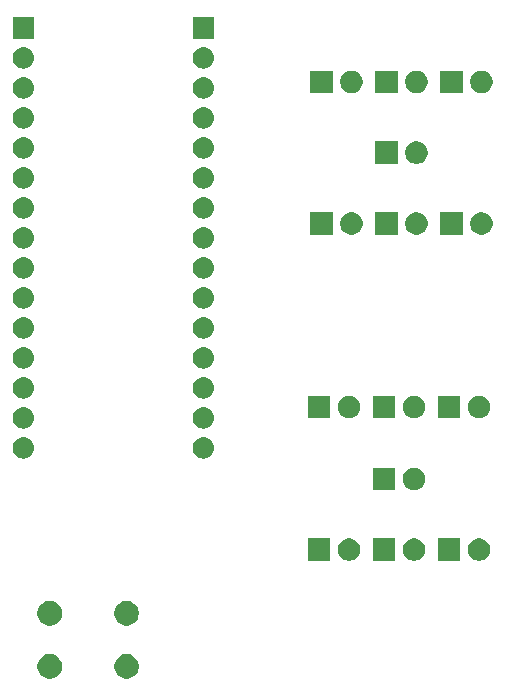
<source format=gbr>
G04 #@! TF.GenerationSoftware,KiCad,Pcbnew,(5.0.1)-3*
G04 #@! TF.CreationDate,2019-08-04T12:29:00-04:00*
G04 #@! TF.ProjectId,Dice_roller,446963655F726F6C6C65722E6B696361,rev?*
G04 #@! TF.SameCoordinates,Original*
G04 #@! TF.FileFunction,Soldermask,Bot*
G04 #@! TF.FilePolarity,Negative*
%FSLAX46Y46*%
G04 Gerber Fmt 4.6, Leading zero omitted, Abs format (unit mm)*
G04 Created by KiCad (PCBNEW (5.0.1)-3) date 8/4/2019 12:29:00 PM*
%MOMM*%
%LPD*%
G01*
G04 APERTURE LIST*
%ADD10C,0.100000*%
G04 APERTURE END LIST*
D10*
G36*
X125806565Y-114489389D02*
X125997834Y-114568615D01*
X126169976Y-114683637D01*
X126316363Y-114830024D01*
X126431385Y-115002166D01*
X126510611Y-115193435D01*
X126551000Y-115396484D01*
X126551000Y-115603516D01*
X126510611Y-115806565D01*
X126431385Y-115997834D01*
X126316363Y-116169976D01*
X126169976Y-116316363D01*
X125997834Y-116431385D01*
X125806565Y-116510611D01*
X125603516Y-116551000D01*
X125396484Y-116551000D01*
X125193435Y-116510611D01*
X125002166Y-116431385D01*
X124830024Y-116316363D01*
X124683637Y-116169976D01*
X124568615Y-115997834D01*
X124489389Y-115806565D01*
X124449000Y-115603516D01*
X124449000Y-115396484D01*
X124489389Y-115193435D01*
X124568615Y-115002166D01*
X124683637Y-114830024D01*
X124830024Y-114683637D01*
X125002166Y-114568615D01*
X125193435Y-114489389D01*
X125396484Y-114449000D01*
X125603516Y-114449000D01*
X125806565Y-114489389D01*
X125806565Y-114489389D01*
G37*
G36*
X119306565Y-114489389D02*
X119497834Y-114568615D01*
X119669976Y-114683637D01*
X119816363Y-114830024D01*
X119931385Y-115002166D01*
X120010611Y-115193435D01*
X120051000Y-115396484D01*
X120051000Y-115603516D01*
X120010611Y-115806565D01*
X119931385Y-115997834D01*
X119816363Y-116169976D01*
X119669976Y-116316363D01*
X119497834Y-116431385D01*
X119306565Y-116510611D01*
X119103516Y-116551000D01*
X118896484Y-116551000D01*
X118693435Y-116510611D01*
X118502166Y-116431385D01*
X118330024Y-116316363D01*
X118183637Y-116169976D01*
X118068615Y-115997834D01*
X117989389Y-115806565D01*
X117949000Y-115603516D01*
X117949000Y-115396484D01*
X117989389Y-115193435D01*
X118068615Y-115002166D01*
X118183637Y-114830024D01*
X118330024Y-114683637D01*
X118502166Y-114568615D01*
X118693435Y-114489389D01*
X118896484Y-114449000D01*
X119103516Y-114449000D01*
X119306565Y-114489389D01*
X119306565Y-114489389D01*
G37*
G36*
X119306565Y-109989389D02*
X119497834Y-110068615D01*
X119669976Y-110183637D01*
X119816363Y-110330024D01*
X119931385Y-110502166D01*
X120010611Y-110693435D01*
X120051000Y-110896484D01*
X120051000Y-111103516D01*
X120010611Y-111306565D01*
X119931385Y-111497834D01*
X119816363Y-111669976D01*
X119669976Y-111816363D01*
X119497834Y-111931385D01*
X119306565Y-112010611D01*
X119103516Y-112051000D01*
X118896484Y-112051000D01*
X118693435Y-112010611D01*
X118502166Y-111931385D01*
X118330024Y-111816363D01*
X118183637Y-111669976D01*
X118068615Y-111497834D01*
X117989389Y-111306565D01*
X117949000Y-111103516D01*
X117949000Y-110896484D01*
X117989389Y-110693435D01*
X118068615Y-110502166D01*
X118183637Y-110330024D01*
X118330024Y-110183637D01*
X118502166Y-110068615D01*
X118693435Y-109989389D01*
X118896484Y-109949000D01*
X119103516Y-109949000D01*
X119306565Y-109989389D01*
X119306565Y-109989389D01*
G37*
G36*
X125806565Y-109989389D02*
X125997834Y-110068615D01*
X126169976Y-110183637D01*
X126316363Y-110330024D01*
X126431385Y-110502166D01*
X126510611Y-110693435D01*
X126551000Y-110896484D01*
X126551000Y-111103516D01*
X126510611Y-111306565D01*
X126431385Y-111497834D01*
X126316363Y-111669976D01*
X126169976Y-111816363D01*
X125997834Y-111931385D01*
X125806565Y-112010611D01*
X125603516Y-112051000D01*
X125396484Y-112051000D01*
X125193435Y-112010611D01*
X125002166Y-111931385D01*
X124830024Y-111816363D01*
X124683637Y-111669976D01*
X124568615Y-111497834D01*
X124489389Y-111306565D01*
X124449000Y-111103516D01*
X124449000Y-110896484D01*
X124489389Y-110693435D01*
X124568615Y-110502166D01*
X124683637Y-110330024D01*
X124830024Y-110183637D01*
X125002166Y-110068615D01*
X125193435Y-109989389D01*
X125396484Y-109949000D01*
X125603516Y-109949000D01*
X125806565Y-109989389D01*
X125806565Y-109989389D01*
G37*
G36*
X148242829Y-106566692D02*
X146340829Y-106566692D01*
X146340829Y-104664692D01*
X148242829Y-104664692D01*
X148242829Y-106566692D01*
X148242829Y-106566692D01*
G37*
G36*
X155609225Y-104701238D02*
X155782295Y-104772926D01*
X155938059Y-104877004D01*
X156070517Y-105009462D01*
X156174595Y-105165226D01*
X156246283Y-105338296D01*
X156282829Y-105522025D01*
X156282829Y-105709359D01*
X156246283Y-105893088D01*
X156174595Y-106066158D01*
X156070517Y-106221922D01*
X155938059Y-106354380D01*
X155782295Y-106458458D01*
X155609225Y-106530146D01*
X155425496Y-106566692D01*
X155238162Y-106566692D01*
X155054433Y-106530146D01*
X154881363Y-106458458D01*
X154725599Y-106354380D01*
X154593141Y-106221922D01*
X154489063Y-106066158D01*
X154417375Y-105893088D01*
X154380829Y-105709359D01*
X154380829Y-105522025D01*
X154417375Y-105338296D01*
X154489063Y-105165226D01*
X154593141Y-105009462D01*
X154725599Y-104877004D01*
X154881363Y-104772926D01*
X155054433Y-104701238D01*
X155238162Y-104664692D01*
X155425496Y-104664692D01*
X155609225Y-104701238D01*
X155609225Y-104701238D01*
G37*
G36*
X153742829Y-106566692D02*
X151840829Y-106566692D01*
X151840829Y-104664692D01*
X153742829Y-104664692D01*
X153742829Y-106566692D01*
X153742829Y-106566692D01*
G37*
G36*
X144609225Y-104701238D02*
X144782295Y-104772926D01*
X144938059Y-104877004D01*
X145070517Y-105009462D01*
X145174595Y-105165226D01*
X145246283Y-105338296D01*
X145282829Y-105522025D01*
X145282829Y-105709359D01*
X145246283Y-105893088D01*
X145174595Y-106066158D01*
X145070517Y-106221922D01*
X144938059Y-106354380D01*
X144782295Y-106458458D01*
X144609225Y-106530146D01*
X144425496Y-106566692D01*
X144238162Y-106566692D01*
X144054433Y-106530146D01*
X143881363Y-106458458D01*
X143725599Y-106354380D01*
X143593141Y-106221922D01*
X143489063Y-106066158D01*
X143417375Y-105893088D01*
X143380829Y-105709359D01*
X143380829Y-105522025D01*
X143417375Y-105338296D01*
X143489063Y-105165226D01*
X143593141Y-105009462D01*
X143725599Y-104877004D01*
X143881363Y-104772926D01*
X144054433Y-104701238D01*
X144238162Y-104664692D01*
X144425496Y-104664692D01*
X144609225Y-104701238D01*
X144609225Y-104701238D01*
G37*
G36*
X142742829Y-106566692D02*
X140840829Y-106566692D01*
X140840829Y-104664692D01*
X142742829Y-104664692D01*
X142742829Y-106566692D01*
X142742829Y-106566692D01*
G37*
G36*
X150109225Y-104701238D02*
X150282295Y-104772926D01*
X150438059Y-104877004D01*
X150570517Y-105009462D01*
X150674595Y-105165226D01*
X150746283Y-105338296D01*
X150782829Y-105522025D01*
X150782829Y-105709359D01*
X150746283Y-105893088D01*
X150674595Y-106066158D01*
X150570517Y-106221922D01*
X150438059Y-106354380D01*
X150282295Y-106458458D01*
X150109225Y-106530146D01*
X149925496Y-106566692D01*
X149738162Y-106566692D01*
X149554433Y-106530146D01*
X149381363Y-106458458D01*
X149225599Y-106354380D01*
X149093141Y-106221922D01*
X148989063Y-106066158D01*
X148917375Y-105893088D01*
X148880829Y-105709359D01*
X148880829Y-105522025D01*
X148917375Y-105338296D01*
X148989063Y-105165226D01*
X149093141Y-105009462D01*
X149225599Y-104877004D01*
X149381363Y-104772926D01*
X149554433Y-104701238D01*
X149738162Y-104664692D01*
X149925496Y-104664692D01*
X150109225Y-104701238D01*
X150109225Y-104701238D01*
G37*
G36*
X150109225Y-98701238D02*
X150282295Y-98772926D01*
X150438059Y-98877004D01*
X150570517Y-99009462D01*
X150674595Y-99165226D01*
X150746283Y-99338296D01*
X150782829Y-99522025D01*
X150782829Y-99709359D01*
X150746283Y-99893088D01*
X150674595Y-100066158D01*
X150570517Y-100221922D01*
X150438059Y-100354380D01*
X150282295Y-100458458D01*
X150109225Y-100530146D01*
X149925496Y-100566692D01*
X149738162Y-100566692D01*
X149554433Y-100530146D01*
X149381363Y-100458458D01*
X149225599Y-100354380D01*
X149093141Y-100221922D01*
X148989063Y-100066158D01*
X148917375Y-99893088D01*
X148880829Y-99709359D01*
X148880829Y-99522025D01*
X148917375Y-99338296D01*
X148989063Y-99165226D01*
X149093141Y-99009462D01*
X149225599Y-98877004D01*
X149381363Y-98772926D01*
X149554433Y-98701238D01*
X149738162Y-98664692D01*
X149925496Y-98664692D01*
X150109225Y-98701238D01*
X150109225Y-98701238D01*
G37*
G36*
X148242829Y-100566692D02*
X146340829Y-100566692D01*
X146340829Y-98664692D01*
X148242829Y-98664692D01*
X148242829Y-100566692D01*
X148242829Y-100566692D01*
G37*
G36*
X132110442Y-96105518D02*
X132176627Y-96112037D01*
X132289853Y-96146384D01*
X132346467Y-96163557D01*
X132485087Y-96237652D01*
X132502991Y-96247222D01*
X132538729Y-96276552D01*
X132640186Y-96359814D01*
X132723448Y-96461271D01*
X132752778Y-96497009D01*
X132752779Y-96497011D01*
X132836443Y-96653533D01*
X132836443Y-96653534D01*
X132887963Y-96823373D01*
X132905359Y-97000000D01*
X132887963Y-97176627D01*
X132853616Y-97289853D01*
X132836443Y-97346467D01*
X132762348Y-97485087D01*
X132752778Y-97502991D01*
X132723448Y-97538729D01*
X132640186Y-97640186D01*
X132538729Y-97723448D01*
X132502991Y-97752778D01*
X132502989Y-97752779D01*
X132346467Y-97836443D01*
X132289853Y-97853616D01*
X132176627Y-97887963D01*
X132110442Y-97894482D01*
X132044260Y-97901000D01*
X131955740Y-97901000D01*
X131889557Y-97894481D01*
X131823373Y-97887963D01*
X131710147Y-97853616D01*
X131653533Y-97836443D01*
X131497011Y-97752779D01*
X131497009Y-97752778D01*
X131461271Y-97723448D01*
X131359814Y-97640186D01*
X131276552Y-97538729D01*
X131247222Y-97502991D01*
X131237652Y-97485087D01*
X131163557Y-97346467D01*
X131146384Y-97289853D01*
X131112037Y-97176627D01*
X131094641Y-97000000D01*
X131112037Y-96823373D01*
X131163557Y-96653534D01*
X131163557Y-96653533D01*
X131247221Y-96497011D01*
X131247222Y-96497009D01*
X131276552Y-96461271D01*
X131359814Y-96359814D01*
X131461271Y-96276552D01*
X131497009Y-96247222D01*
X131514913Y-96237652D01*
X131653533Y-96163557D01*
X131710147Y-96146384D01*
X131823373Y-96112037D01*
X131889558Y-96105518D01*
X131955740Y-96099000D01*
X132044260Y-96099000D01*
X132110442Y-96105518D01*
X132110442Y-96105518D01*
G37*
G36*
X116870442Y-96105518D02*
X116936627Y-96112037D01*
X117049853Y-96146384D01*
X117106467Y-96163557D01*
X117245087Y-96237652D01*
X117262991Y-96247222D01*
X117298729Y-96276552D01*
X117400186Y-96359814D01*
X117483448Y-96461271D01*
X117512778Y-96497009D01*
X117512779Y-96497011D01*
X117596443Y-96653533D01*
X117596443Y-96653534D01*
X117647963Y-96823373D01*
X117665359Y-97000000D01*
X117647963Y-97176627D01*
X117613616Y-97289853D01*
X117596443Y-97346467D01*
X117522348Y-97485087D01*
X117512778Y-97502991D01*
X117483448Y-97538729D01*
X117400186Y-97640186D01*
X117298729Y-97723448D01*
X117262991Y-97752778D01*
X117262989Y-97752779D01*
X117106467Y-97836443D01*
X117049853Y-97853616D01*
X116936627Y-97887963D01*
X116870442Y-97894482D01*
X116804260Y-97901000D01*
X116715740Y-97901000D01*
X116649557Y-97894481D01*
X116583373Y-97887963D01*
X116470147Y-97853616D01*
X116413533Y-97836443D01*
X116257011Y-97752779D01*
X116257009Y-97752778D01*
X116221271Y-97723448D01*
X116119814Y-97640186D01*
X116036552Y-97538729D01*
X116007222Y-97502991D01*
X115997652Y-97485087D01*
X115923557Y-97346467D01*
X115906384Y-97289853D01*
X115872037Y-97176627D01*
X115854641Y-97000000D01*
X115872037Y-96823373D01*
X115923557Y-96653534D01*
X115923557Y-96653533D01*
X116007221Y-96497011D01*
X116007222Y-96497009D01*
X116036552Y-96461271D01*
X116119814Y-96359814D01*
X116221271Y-96276552D01*
X116257009Y-96247222D01*
X116274913Y-96237652D01*
X116413533Y-96163557D01*
X116470147Y-96146384D01*
X116583373Y-96112037D01*
X116649558Y-96105518D01*
X116715740Y-96099000D01*
X116804260Y-96099000D01*
X116870442Y-96105518D01*
X116870442Y-96105518D01*
G37*
G36*
X132110443Y-93565519D02*
X132176627Y-93572037D01*
X132289853Y-93606384D01*
X132346467Y-93623557D01*
X132485087Y-93697652D01*
X132502991Y-93707222D01*
X132538729Y-93736552D01*
X132640186Y-93819814D01*
X132723448Y-93921271D01*
X132752778Y-93957009D01*
X132752779Y-93957011D01*
X132836443Y-94113533D01*
X132836443Y-94113534D01*
X132887963Y-94283373D01*
X132905359Y-94460000D01*
X132887963Y-94636627D01*
X132853616Y-94749853D01*
X132836443Y-94806467D01*
X132762348Y-94945087D01*
X132752778Y-94962991D01*
X132723448Y-94998729D01*
X132640186Y-95100186D01*
X132538729Y-95183448D01*
X132502991Y-95212778D01*
X132502989Y-95212779D01*
X132346467Y-95296443D01*
X132289853Y-95313616D01*
X132176627Y-95347963D01*
X132110443Y-95354481D01*
X132044260Y-95361000D01*
X131955740Y-95361000D01*
X131889558Y-95354482D01*
X131823373Y-95347963D01*
X131710147Y-95313616D01*
X131653533Y-95296443D01*
X131497011Y-95212779D01*
X131497009Y-95212778D01*
X131461271Y-95183448D01*
X131359814Y-95100186D01*
X131276552Y-94998729D01*
X131247222Y-94962991D01*
X131237652Y-94945087D01*
X131163557Y-94806467D01*
X131146384Y-94749853D01*
X131112037Y-94636627D01*
X131094641Y-94460000D01*
X131112037Y-94283373D01*
X131163557Y-94113534D01*
X131163557Y-94113533D01*
X131247221Y-93957011D01*
X131247222Y-93957009D01*
X131276552Y-93921271D01*
X131359814Y-93819814D01*
X131461271Y-93736552D01*
X131497009Y-93707222D01*
X131514913Y-93697652D01*
X131653533Y-93623557D01*
X131710147Y-93606384D01*
X131823373Y-93572037D01*
X131889557Y-93565519D01*
X131955740Y-93559000D01*
X132044260Y-93559000D01*
X132110443Y-93565519D01*
X132110443Y-93565519D01*
G37*
G36*
X116870443Y-93565519D02*
X116936627Y-93572037D01*
X117049853Y-93606384D01*
X117106467Y-93623557D01*
X117245087Y-93697652D01*
X117262991Y-93707222D01*
X117298729Y-93736552D01*
X117400186Y-93819814D01*
X117483448Y-93921271D01*
X117512778Y-93957009D01*
X117512779Y-93957011D01*
X117596443Y-94113533D01*
X117596443Y-94113534D01*
X117647963Y-94283373D01*
X117665359Y-94460000D01*
X117647963Y-94636627D01*
X117613616Y-94749853D01*
X117596443Y-94806467D01*
X117522348Y-94945087D01*
X117512778Y-94962991D01*
X117483448Y-94998729D01*
X117400186Y-95100186D01*
X117298729Y-95183448D01*
X117262991Y-95212778D01*
X117262989Y-95212779D01*
X117106467Y-95296443D01*
X117049853Y-95313616D01*
X116936627Y-95347963D01*
X116870443Y-95354481D01*
X116804260Y-95361000D01*
X116715740Y-95361000D01*
X116649558Y-95354482D01*
X116583373Y-95347963D01*
X116470147Y-95313616D01*
X116413533Y-95296443D01*
X116257011Y-95212779D01*
X116257009Y-95212778D01*
X116221271Y-95183448D01*
X116119814Y-95100186D01*
X116036552Y-94998729D01*
X116007222Y-94962991D01*
X115997652Y-94945087D01*
X115923557Y-94806467D01*
X115906384Y-94749853D01*
X115872037Y-94636627D01*
X115854641Y-94460000D01*
X115872037Y-94283373D01*
X115923557Y-94113534D01*
X115923557Y-94113533D01*
X116007221Y-93957011D01*
X116007222Y-93957009D01*
X116036552Y-93921271D01*
X116119814Y-93819814D01*
X116221271Y-93736552D01*
X116257009Y-93707222D01*
X116274913Y-93697652D01*
X116413533Y-93623557D01*
X116470147Y-93606384D01*
X116583373Y-93572037D01*
X116649557Y-93565519D01*
X116715740Y-93559000D01*
X116804260Y-93559000D01*
X116870443Y-93565519D01*
X116870443Y-93565519D01*
G37*
G36*
X142742829Y-94471693D02*
X140840829Y-94471693D01*
X140840829Y-92569693D01*
X142742829Y-92569693D01*
X142742829Y-94471693D01*
X142742829Y-94471693D01*
G37*
G36*
X153742829Y-94471693D02*
X151840829Y-94471693D01*
X151840829Y-92569693D01*
X153742829Y-92569693D01*
X153742829Y-94471693D01*
X153742829Y-94471693D01*
G37*
G36*
X155609225Y-92606239D02*
X155782295Y-92677927D01*
X155938059Y-92782005D01*
X156070517Y-92914463D01*
X156174595Y-93070227D01*
X156246283Y-93243297D01*
X156282829Y-93427026D01*
X156282829Y-93614360D01*
X156246283Y-93798089D01*
X156174595Y-93971159D01*
X156070517Y-94126923D01*
X155938059Y-94259381D01*
X155782295Y-94363459D01*
X155609225Y-94435147D01*
X155425496Y-94471693D01*
X155238162Y-94471693D01*
X155054433Y-94435147D01*
X154881363Y-94363459D01*
X154725599Y-94259381D01*
X154593141Y-94126923D01*
X154489063Y-93971159D01*
X154417375Y-93798089D01*
X154380829Y-93614360D01*
X154380829Y-93427026D01*
X154417375Y-93243297D01*
X154489063Y-93070227D01*
X154593141Y-92914463D01*
X154725599Y-92782005D01*
X154881363Y-92677927D01*
X155054433Y-92606239D01*
X155238162Y-92569693D01*
X155425496Y-92569693D01*
X155609225Y-92606239D01*
X155609225Y-92606239D01*
G37*
G36*
X150109225Y-92606239D02*
X150282295Y-92677927D01*
X150438059Y-92782005D01*
X150570517Y-92914463D01*
X150674595Y-93070227D01*
X150746283Y-93243297D01*
X150782829Y-93427026D01*
X150782829Y-93614360D01*
X150746283Y-93798089D01*
X150674595Y-93971159D01*
X150570517Y-94126923D01*
X150438059Y-94259381D01*
X150282295Y-94363459D01*
X150109225Y-94435147D01*
X149925496Y-94471693D01*
X149738162Y-94471693D01*
X149554433Y-94435147D01*
X149381363Y-94363459D01*
X149225599Y-94259381D01*
X149093141Y-94126923D01*
X148989063Y-93971159D01*
X148917375Y-93798089D01*
X148880829Y-93614360D01*
X148880829Y-93427026D01*
X148917375Y-93243297D01*
X148989063Y-93070227D01*
X149093141Y-92914463D01*
X149225599Y-92782005D01*
X149381363Y-92677927D01*
X149554433Y-92606239D01*
X149738162Y-92569693D01*
X149925496Y-92569693D01*
X150109225Y-92606239D01*
X150109225Y-92606239D01*
G37*
G36*
X148242829Y-94471693D02*
X146340829Y-94471693D01*
X146340829Y-92569693D01*
X148242829Y-92569693D01*
X148242829Y-94471693D01*
X148242829Y-94471693D01*
G37*
G36*
X144609225Y-92606239D02*
X144782295Y-92677927D01*
X144938059Y-92782005D01*
X145070517Y-92914463D01*
X145174595Y-93070227D01*
X145246283Y-93243297D01*
X145282829Y-93427026D01*
X145282829Y-93614360D01*
X145246283Y-93798089D01*
X145174595Y-93971159D01*
X145070517Y-94126923D01*
X144938059Y-94259381D01*
X144782295Y-94363459D01*
X144609225Y-94435147D01*
X144425496Y-94471693D01*
X144238162Y-94471693D01*
X144054433Y-94435147D01*
X143881363Y-94363459D01*
X143725599Y-94259381D01*
X143593141Y-94126923D01*
X143489063Y-93971159D01*
X143417375Y-93798089D01*
X143380829Y-93614360D01*
X143380829Y-93427026D01*
X143417375Y-93243297D01*
X143489063Y-93070227D01*
X143593141Y-92914463D01*
X143725599Y-92782005D01*
X143881363Y-92677927D01*
X144054433Y-92606239D01*
X144238162Y-92569693D01*
X144425496Y-92569693D01*
X144609225Y-92606239D01*
X144609225Y-92606239D01*
G37*
G36*
X116870443Y-91025519D02*
X116936627Y-91032037D01*
X117049853Y-91066384D01*
X117106467Y-91083557D01*
X117245087Y-91157652D01*
X117262991Y-91167222D01*
X117298729Y-91196552D01*
X117400186Y-91279814D01*
X117483448Y-91381271D01*
X117512778Y-91417009D01*
X117512779Y-91417011D01*
X117596443Y-91573533D01*
X117596443Y-91573534D01*
X117647963Y-91743373D01*
X117665359Y-91920000D01*
X117647963Y-92096627D01*
X117613616Y-92209853D01*
X117596443Y-92266467D01*
X117522348Y-92405087D01*
X117512778Y-92422991D01*
X117483448Y-92458729D01*
X117400186Y-92560186D01*
X117298729Y-92643448D01*
X117262991Y-92672778D01*
X117262989Y-92672779D01*
X117106467Y-92756443D01*
X117049853Y-92773616D01*
X116936627Y-92807963D01*
X116870442Y-92814482D01*
X116804260Y-92821000D01*
X116715740Y-92821000D01*
X116649558Y-92814482D01*
X116583373Y-92807963D01*
X116470147Y-92773616D01*
X116413533Y-92756443D01*
X116257011Y-92672779D01*
X116257009Y-92672778D01*
X116221271Y-92643448D01*
X116119814Y-92560186D01*
X116036552Y-92458729D01*
X116007222Y-92422991D01*
X115997652Y-92405087D01*
X115923557Y-92266467D01*
X115906384Y-92209853D01*
X115872037Y-92096627D01*
X115854641Y-91920000D01*
X115872037Y-91743373D01*
X115923557Y-91573534D01*
X115923557Y-91573533D01*
X116007221Y-91417011D01*
X116007222Y-91417009D01*
X116036552Y-91381271D01*
X116119814Y-91279814D01*
X116221271Y-91196552D01*
X116257009Y-91167222D01*
X116274913Y-91157652D01*
X116413533Y-91083557D01*
X116470147Y-91066384D01*
X116583373Y-91032037D01*
X116649557Y-91025519D01*
X116715740Y-91019000D01*
X116804260Y-91019000D01*
X116870443Y-91025519D01*
X116870443Y-91025519D01*
G37*
G36*
X132110443Y-91025519D02*
X132176627Y-91032037D01*
X132289853Y-91066384D01*
X132346467Y-91083557D01*
X132485087Y-91157652D01*
X132502991Y-91167222D01*
X132538729Y-91196552D01*
X132640186Y-91279814D01*
X132723448Y-91381271D01*
X132752778Y-91417009D01*
X132752779Y-91417011D01*
X132836443Y-91573533D01*
X132836443Y-91573534D01*
X132887963Y-91743373D01*
X132905359Y-91920000D01*
X132887963Y-92096627D01*
X132853616Y-92209853D01*
X132836443Y-92266467D01*
X132762348Y-92405087D01*
X132752778Y-92422991D01*
X132723448Y-92458729D01*
X132640186Y-92560186D01*
X132538729Y-92643448D01*
X132502991Y-92672778D01*
X132502989Y-92672779D01*
X132346467Y-92756443D01*
X132289853Y-92773616D01*
X132176627Y-92807963D01*
X132110442Y-92814482D01*
X132044260Y-92821000D01*
X131955740Y-92821000D01*
X131889558Y-92814482D01*
X131823373Y-92807963D01*
X131710147Y-92773616D01*
X131653533Y-92756443D01*
X131497011Y-92672779D01*
X131497009Y-92672778D01*
X131461271Y-92643448D01*
X131359814Y-92560186D01*
X131276552Y-92458729D01*
X131247222Y-92422991D01*
X131237652Y-92405087D01*
X131163557Y-92266467D01*
X131146384Y-92209853D01*
X131112037Y-92096627D01*
X131094641Y-91920000D01*
X131112037Y-91743373D01*
X131163557Y-91573534D01*
X131163557Y-91573533D01*
X131247221Y-91417011D01*
X131247222Y-91417009D01*
X131276552Y-91381271D01*
X131359814Y-91279814D01*
X131461271Y-91196552D01*
X131497009Y-91167222D01*
X131514913Y-91157652D01*
X131653533Y-91083557D01*
X131710147Y-91066384D01*
X131823373Y-91032037D01*
X131889557Y-91025519D01*
X131955740Y-91019000D01*
X132044260Y-91019000D01*
X132110443Y-91025519D01*
X132110443Y-91025519D01*
G37*
G36*
X132110442Y-88485518D02*
X132176627Y-88492037D01*
X132289853Y-88526384D01*
X132346467Y-88543557D01*
X132485087Y-88617652D01*
X132502991Y-88627222D01*
X132538729Y-88656552D01*
X132640186Y-88739814D01*
X132723448Y-88841271D01*
X132752778Y-88877009D01*
X132752779Y-88877011D01*
X132836443Y-89033533D01*
X132836443Y-89033534D01*
X132887963Y-89203373D01*
X132905359Y-89380000D01*
X132887963Y-89556627D01*
X132853616Y-89669853D01*
X132836443Y-89726467D01*
X132762348Y-89865087D01*
X132752778Y-89882991D01*
X132723448Y-89918729D01*
X132640186Y-90020186D01*
X132538729Y-90103448D01*
X132502991Y-90132778D01*
X132502989Y-90132779D01*
X132346467Y-90216443D01*
X132289853Y-90233616D01*
X132176627Y-90267963D01*
X132110442Y-90274482D01*
X132044260Y-90281000D01*
X131955740Y-90281000D01*
X131889558Y-90274482D01*
X131823373Y-90267963D01*
X131710147Y-90233616D01*
X131653533Y-90216443D01*
X131497011Y-90132779D01*
X131497009Y-90132778D01*
X131461271Y-90103448D01*
X131359814Y-90020186D01*
X131276552Y-89918729D01*
X131247222Y-89882991D01*
X131237652Y-89865087D01*
X131163557Y-89726467D01*
X131146384Y-89669853D01*
X131112037Y-89556627D01*
X131094641Y-89380000D01*
X131112037Y-89203373D01*
X131163557Y-89033534D01*
X131163557Y-89033533D01*
X131247221Y-88877011D01*
X131247222Y-88877009D01*
X131276552Y-88841271D01*
X131359814Y-88739814D01*
X131461271Y-88656552D01*
X131497009Y-88627222D01*
X131514913Y-88617652D01*
X131653533Y-88543557D01*
X131710147Y-88526384D01*
X131823373Y-88492037D01*
X131889558Y-88485518D01*
X131955740Y-88479000D01*
X132044260Y-88479000D01*
X132110442Y-88485518D01*
X132110442Y-88485518D01*
G37*
G36*
X116870442Y-88485518D02*
X116936627Y-88492037D01*
X117049853Y-88526384D01*
X117106467Y-88543557D01*
X117245087Y-88617652D01*
X117262991Y-88627222D01*
X117298729Y-88656552D01*
X117400186Y-88739814D01*
X117483448Y-88841271D01*
X117512778Y-88877009D01*
X117512779Y-88877011D01*
X117596443Y-89033533D01*
X117596443Y-89033534D01*
X117647963Y-89203373D01*
X117665359Y-89380000D01*
X117647963Y-89556627D01*
X117613616Y-89669853D01*
X117596443Y-89726467D01*
X117522348Y-89865087D01*
X117512778Y-89882991D01*
X117483448Y-89918729D01*
X117400186Y-90020186D01*
X117298729Y-90103448D01*
X117262991Y-90132778D01*
X117262989Y-90132779D01*
X117106467Y-90216443D01*
X117049853Y-90233616D01*
X116936627Y-90267963D01*
X116870442Y-90274482D01*
X116804260Y-90281000D01*
X116715740Y-90281000D01*
X116649558Y-90274482D01*
X116583373Y-90267963D01*
X116470147Y-90233616D01*
X116413533Y-90216443D01*
X116257011Y-90132779D01*
X116257009Y-90132778D01*
X116221271Y-90103448D01*
X116119814Y-90020186D01*
X116036552Y-89918729D01*
X116007222Y-89882991D01*
X115997652Y-89865087D01*
X115923557Y-89726467D01*
X115906384Y-89669853D01*
X115872037Y-89556627D01*
X115854641Y-89380000D01*
X115872037Y-89203373D01*
X115923557Y-89033534D01*
X115923557Y-89033533D01*
X116007221Y-88877011D01*
X116007222Y-88877009D01*
X116036552Y-88841271D01*
X116119814Y-88739814D01*
X116221271Y-88656552D01*
X116257009Y-88627222D01*
X116274913Y-88617652D01*
X116413533Y-88543557D01*
X116470147Y-88526384D01*
X116583373Y-88492037D01*
X116649558Y-88485518D01*
X116715740Y-88479000D01*
X116804260Y-88479000D01*
X116870442Y-88485518D01*
X116870442Y-88485518D01*
G37*
G36*
X116870442Y-85945518D02*
X116936627Y-85952037D01*
X117049853Y-85986384D01*
X117106467Y-86003557D01*
X117245087Y-86077652D01*
X117262991Y-86087222D01*
X117298729Y-86116552D01*
X117400186Y-86199814D01*
X117483448Y-86301271D01*
X117512778Y-86337009D01*
X117512779Y-86337011D01*
X117596443Y-86493533D01*
X117596443Y-86493534D01*
X117647963Y-86663373D01*
X117665359Y-86840000D01*
X117647963Y-87016627D01*
X117613616Y-87129853D01*
X117596443Y-87186467D01*
X117522348Y-87325087D01*
X117512778Y-87342991D01*
X117483448Y-87378729D01*
X117400186Y-87480186D01*
X117298729Y-87563448D01*
X117262991Y-87592778D01*
X117262989Y-87592779D01*
X117106467Y-87676443D01*
X117049853Y-87693616D01*
X116936627Y-87727963D01*
X116870443Y-87734481D01*
X116804260Y-87741000D01*
X116715740Y-87741000D01*
X116649557Y-87734481D01*
X116583373Y-87727963D01*
X116470147Y-87693616D01*
X116413533Y-87676443D01*
X116257011Y-87592779D01*
X116257009Y-87592778D01*
X116221271Y-87563448D01*
X116119814Y-87480186D01*
X116036552Y-87378729D01*
X116007222Y-87342991D01*
X115997652Y-87325087D01*
X115923557Y-87186467D01*
X115906384Y-87129853D01*
X115872037Y-87016627D01*
X115854641Y-86840000D01*
X115872037Y-86663373D01*
X115923557Y-86493534D01*
X115923557Y-86493533D01*
X116007221Y-86337011D01*
X116007222Y-86337009D01*
X116036552Y-86301271D01*
X116119814Y-86199814D01*
X116221271Y-86116552D01*
X116257009Y-86087222D01*
X116274913Y-86077652D01*
X116413533Y-86003557D01*
X116470147Y-85986384D01*
X116583373Y-85952037D01*
X116649558Y-85945518D01*
X116715740Y-85939000D01*
X116804260Y-85939000D01*
X116870442Y-85945518D01*
X116870442Y-85945518D01*
G37*
G36*
X132110442Y-85945518D02*
X132176627Y-85952037D01*
X132289853Y-85986384D01*
X132346467Y-86003557D01*
X132485087Y-86077652D01*
X132502991Y-86087222D01*
X132538729Y-86116552D01*
X132640186Y-86199814D01*
X132723448Y-86301271D01*
X132752778Y-86337009D01*
X132752779Y-86337011D01*
X132836443Y-86493533D01*
X132836443Y-86493534D01*
X132887963Y-86663373D01*
X132905359Y-86840000D01*
X132887963Y-87016627D01*
X132853616Y-87129853D01*
X132836443Y-87186467D01*
X132762348Y-87325087D01*
X132752778Y-87342991D01*
X132723448Y-87378729D01*
X132640186Y-87480186D01*
X132538729Y-87563448D01*
X132502991Y-87592778D01*
X132502989Y-87592779D01*
X132346467Y-87676443D01*
X132289853Y-87693616D01*
X132176627Y-87727963D01*
X132110443Y-87734481D01*
X132044260Y-87741000D01*
X131955740Y-87741000D01*
X131889557Y-87734481D01*
X131823373Y-87727963D01*
X131710147Y-87693616D01*
X131653533Y-87676443D01*
X131497011Y-87592779D01*
X131497009Y-87592778D01*
X131461271Y-87563448D01*
X131359814Y-87480186D01*
X131276552Y-87378729D01*
X131247222Y-87342991D01*
X131237652Y-87325087D01*
X131163557Y-87186467D01*
X131146384Y-87129853D01*
X131112037Y-87016627D01*
X131094641Y-86840000D01*
X131112037Y-86663373D01*
X131163557Y-86493534D01*
X131163557Y-86493533D01*
X131247221Y-86337011D01*
X131247222Y-86337009D01*
X131276552Y-86301271D01*
X131359814Y-86199814D01*
X131461271Y-86116552D01*
X131497009Y-86087222D01*
X131514913Y-86077652D01*
X131653533Y-86003557D01*
X131710147Y-85986384D01*
X131823373Y-85952037D01*
X131889558Y-85945518D01*
X131955740Y-85939000D01*
X132044260Y-85939000D01*
X132110442Y-85945518D01*
X132110442Y-85945518D01*
G37*
G36*
X116870443Y-83405519D02*
X116936627Y-83412037D01*
X117049853Y-83446384D01*
X117106467Y-83463557D01*
X117245087Y-83537652D01*
X117262991Y-83547222D01*
X117298729Y-83576552D01*
X117400186Y-83659814D01*
X117483448Y-83761271D01*
X117512778Y-83797009D01*
X117512779Y-83797011D01*
X117596443Y-83953533D01*
X117596443Y-83953534D01*
X117647963Y-84123373D01*
X117665359Y-84300000D01*
X117647963Y-84476627D01*
X117613616Y-84589853D01*
X117596443Y-84646467D01*
X117522348Y-84785087D01*
X117512778Y-84802991D01*
X117483448Y-84838729D01*
X117400186Y-84940186D01*
X117298729Y-85023448D01*
X117262991Y-85052778D01*
X117262989Y-85052779D01*
X117106467Y-85136443D01*
X117049853Y-85153616D01*
X116936627Y-85187963D01*
X116870442Y-85194482D01*
X116804260Y-85201000D01*
X116715740Y-85201000D01*
X116649558Y-85194482D01*
X116583373Y-85187963D01*
X116470147Y-85153616D01*
X116413533Y-85136443D01*
X116257011Y-85052779D01*
X116257009Y-85052778D01*
X116221271Y-85023448D01*
X116119814Y-84940186D01*
X116036552Y-84838729D01*
X116007222Y-84802991D01*
X115997652Y-84785087D01*
X115923557Y-84646467D01*
X115906384Y-84589853D01*
X115872037Y-84476627D01*
X115854641Y-84300000D01*
X115872037Y-84123373D01*
X115923557Y-83953534D01*
X115923557Y-83953533D01*
X116007221Y-83797011D01*
X116007222Y-83797009D01*
X116036552Y-83761271D01*
X116119814Y-83659814D01*
X116221271Y-83576552D01*
X116257009Y-83547222D01*
X116274913Y-83537652D01*
X116413533Y-83463557D01*
X116470147Y-83446384D01*
X116583373Y-83412037D01*
X116649557Y-83405519D01*
X116715740Y-83399000D01*
X116804260Y-83399000D01*
X116870443Y-83405519D01*
X116870443Y-83405519D01*
G37*
G36*
X132110443Y-83405519D02*
X132176627Y-83412037D01*
X132289853Y-83446384D01*
X132346467Y-83463557D01*
X132485087Y-83537652D01*
X132502991Y-83547222D01*
X132538729Y-83576552D01*
X132640186Y-83659814D01*
X132723448Y-83761271D01*
X132752778Y-83797009D01*
X132752779Y-83797011D01*
X132836443Y-83953533D01*
X132836443Y-83953534D01*
X132887963Y-84123373D01*
X132905359Y-84300000D01*
X132887963Y-84476627D01*
X132853616Y-84589853D01*
X132836443Y-84646467D01*
X132762348Y-84785087D01*
X132752778Y-84802991D01*
X132723448Y-84838729D01*
X132640186Y-84940186D01*
X132538729Y-85023448D01*
X132502991Y-85052778D01*
X132502989Y-85052779D01*
X132346467Y-85136443D01*
X132289853Y-85153616D01*
X132176627Y-85187963D01*
X132110442Y-85194482D01*
X132044260Y-85201000D01*
X131955740Y-85201000D01*
X131889558Y-85194482D01*
X131823373Y-85187963D01*
X131710147Y-85153616D01*
X131653533Y-85136443D01*
X131497011Y-85052779D01*
X131497009Y-85052778D01*
X131461271Y-85023448D01*
X131359814Y-84940186D01*
X131276552Y-84838729D01*
X131247222Y-84802991D01*
X131237652Y-84785087D01*
X131163557Y-84646467D01*
X131146384Y-84589853D01*
X131112037Y-84476627D01*
X131094641Y-84300000D01*
X131112037Y-84123373D01*
X131163557Y-83953534D01*
X131163557Y-83953533D01*
X131247221Y-83797011D01*
X131247222Y-83797009D01*
X131276552Y-83761271D01*
X131359814Y-83659814D01*
X131461271Y-83576552D01*
X131497009Y-83547222D01*
X131514913Y-83537652D01*
X131653533Y-83463557D01*
X131710147Y-83446384D01*
X131823373Y-83412037D01*
X131889557Y-83405519D01*
X131955740Y-83399000D01*
X132044260Y-83399000D01*
X132110443Y-83405519D01*
X132110443Y-83405519D01*
G37*
G36*
X116870442Y-80865518D02*
X116936627Y-80872037D01*
X117049853Y-80906384D01*
X117106467Y-80923557D01*
X117245087Y-80997652D01*
X117262991Y-81007222D01*
X117298729Y-81036552D01*
X117400186Y-81119814D01*
X117483448Y-81221271D01*
X117512778Y-81257009D01*
X117512779Y-81257011D01*
X117596443Y-81413533D01*
X117596443Y-81413534D01*
X117647963Y-81583373D01*
X117665359Y-81760000D01*
X117647963Y-81936627D01*
X117613616Y-82049853D01*
X117596443Y-82106467D01*
X117522348Y-82245087D01*
X117512778Y-82262991D01*
X117483448Y-82298729D01*
X117400186Y-82400186D01*
X117298729Y-82483448D01*
X117262991Y-82512778D01*
X117262989Y-82512779D01*
X117106467Y-82596443D01*
X117049853Y-82613616D01*
X116936627Y-82647963D01*
X116870443Y-82654481D01*
X116804260Y-82661000D01*
X116715740Y-82661000D01*
X116649557Y-82654481D01*
X116583373Y-82647963D01*
X116470147Y-82613616D01*
X116413533Y-82596443D01*
X116257011Y-82512779D01*
X116257009Y-82512778D01*
X116221271Y-82483448D01*
X116119814Y-82400186D01*
X116036552Y-82298729D01*
X116007222Y-82262991D01*
X115997652Y-82245087D01*
X115923557Y-82106467D01*
X115906384Y-82049853D01*
X115872037Y-81936627D01*
X115854641Y-81760000D01*
X115872037Y-81583373D01*
X115923557Y-81413534D01*
X115923557Y-81413533D01*
X116007221Y-81257011D01*
X116007222Y-81257009D01*
X116036552Y-81221271D01*
X116119814Y-81119814D01*
X116221271Y-81036552D01*
X116257009Y-81007222D01*
X116274913Y-80997652D01*
X116413533Y-80923557D01*
X116470147Y-80906384D01*
X116583373Y-80872037D01*
X116649558Y-80865518D01*
X116715740Y-80859000D01*
X116804260Y-80859000D01*
X116870442Y-80865518D01*
X116870442Y-80865518D01*
G37*
G36*
X132110442Y-80865518D02*
X132176627Y-80872037D01*
X132289853Y-80906384D01*
X132346467Y-80923557D01*
X132485087Y-80997652D01*
X132502991Y-81007222D01*
X132538729Y-81036552D01*
X132640186Y-81119814D01*
X132723448Y-81221271D01*
X132752778Y-81257009D01*
X132752779Y-81257011D01*
X132836443Y-81413533D01*
X132836443Y-81413534D01*
X132887963Y-81583373D01*
X132905359Y-81760000D01*
X132887963Y-81936627D01*
X132853616Y-82049853D01*
X132836443Y-82106467D01*
X132762348Y-82245087D01*
X132752778Y-82262991D01*
X132723448Y-82298729D01*
X132640186Y-82400186D01*
X132538729Y-82483448D01*
X132502991Y-82512778D01*
X132502989Y-82512779D01*
X132346467Y-82596443D01*
X132289853Y-82613616D01*
X132176627Y-82647963D01*
X132110443Y-82654481D01*
X132044260Y-82661000D01*
X131955740Y-82661000D01*
X131889557Y-82654481D01*
X131823373Y-82647963D01*
X131710147Y-82613616D01*
X131653533Y-82596443D01*
X131497011Y-82512779D01*
X131497009Y-82512778D01*
X131461271Y-82483448D01*
X131359814Y-82400186D01*
X131276552Y-82298729D01*
X131247222Y-82262991D01*
X131237652Y-82245087D01*
X131163557Y-82106467D01*
X131146384Y-82049853D01*
X131112037Y-81936627D01*
X131094641Y-81760000D01*
X131112037Y-81583373D01*
X131163557Y-81413534D01*
X131163557Y-81413533D01*
X131247221Y-81257011D01*
X131247222Y-81257009D01*
X131276552Y-81221271D01*
X131359814Y-81119814D01*
X131461271Y-81036552D01*
X131497009Y-81007222D01*
X131514913Y-80997652D01*
X131653533Y-80923557D01*
X131710147Y-80906384D01*
X131823373Y-80872037D01*
X131889558Y-80865518D01*
X131955740Y-80859000D01*
X132044260Y-80859000D01*
X132110442Y-80865518D01*
X132110442Y-80865518D01*
G37*
G36*
X116870442Y-78325518D02*
X116936627Y-78332037D01*
X117049853Y-78366384D01*
X117106467Y-78383557D01*
X117231643Y-78450466D01*
X117262991Y-78467222D01*
X117298729Y-78496552D01*
X117400186Y-78579814D01*
X117483448Y-78681271D01*
X117512778Y-78717009D01*
X117512779Y-78717011D01*
X117596443Y-78873533D01*
X117596443Y-78873534D01*
X117647963Y-79043373D01*
X117665359Y-79220000D01*
X117647963Y-79396627D01*
X117613616Y-79509853D01*
X117596443Y-79566467D01*
X117522348Y-79705087D01*
X117512778Y-79722991D01*
X117483448Y-79758729D01*
X117400186Y-79860186D01*
X117298729Y-79943448D01*
X117262991Y-79972778D01*
X117262989Y-79972779D01*
X117106467Y-80056443D01*
X117049853Y-80073616D01*
X116936627Y-80107963D01*
X116870442Y-80114482D01*
X116804260Y-80121000D01*
X116715740Y-80121000D01*
X116649558Y-80114482D01*
X116583373Y-80107963D01*
X116470147Y-80073616D01*
X116413533Y-80056443D01*
X116257011Y-79972779D01*
X116257009Y-79972778D01*
X116221271Y-79943448D01*
X116119814Y-79860186D01*
X116036552Y-79758729D01*
X116007222Y-79722991D01*
X115997652Y-79705087D01*
X115923557Y-79566467D01*
X115906384Y-79509853D01*
X115872037Y-79396627D01*
X115854641Y-79220000D01*
X115872037Y-79043373D01*
X115923557Y-78873534D01*
X115923557Y-78873533D01*
X116007221Y-78717011D01*
X116007222Y-78717009D01*
X116036552Y-78681271D01*
X116119814Y-78579814D01*
X116221271Y-78496552D01*
X116257009Y-78467222D01*
X116288357Y-78450466D01*
X116413533Y-78383557D01*
X116470147Y-78366384D01*
X116583373Y-78332037D01*
X116649558Y-78325518D01*
X116715740Y-78319000D01*
X116804260Y-78319000D01*
X116870442Y-78325518D01*
X116870442Y-78325518D01*
G37*
G36*
X132110442Y-78325518D02*
X132176627Y-78332037D01*
X132289853Y-78366384D01*
X132346467Y-78383557D01*
X132471643Y-78450466D01*
X132502991Y-78467222D01*
X132538729Y-78496552D01*
X132640186Y-78579814D01*
X132723448Y-78681271D01*
X132752778Y-78717009D01*
X132752779Y-78717011D01*
X132836443Y-78873533D01*
X132836443Y-78873534D01*
X132887963Y-79043373D01*
X132905359Y-79220000D01*
X132887963Y-79396627D01*
X132853616Y-79509853D01*
X132836443Y-79566467D01*
X132762348Y-79705087D01*
X132752778Y-79722991D01*
X132723448Y-79758729D01*
X132640186Y-79860186D01*
X132538729Y-79943448D01*
X132502991Y-79972778D01*
X132502989Y-79972779D01*
X132346467Y-80056443D01*
X132289853Y-80073616D01*
X132176627Y-80107963D01*
X132110442Y-80114482D01*
X132044260Y-80121000D01*
X131955740Y-80121000D01*
X131889558Y-80114482D01*
X131823373Y-80107963D01*
X131710147Y-80073616D01*
X131653533Y-80056443D01*
X131497011Y-79972779D01*
X131497009Y-79972778D01*
X131461271Y-79943448D01*
X131359814Y-79860186D01*
X131276552Y-79758729D01*
X131247222Y-79722991D01*
X131237652Y-79705087D01*
X131163557Y-79566467D01*
X131146384Y-79509853D01*
X131112037Y-79396627D01*
X131094641Y-79220000D01*
X131112037Y-79043373D01*
X131163557Y-78873534D01*
X131163557Y-78873533D01*
X131247221Y-78717011D01*
X131247222Y-78717009D01*
X131276552Y-78681271D01*
X131359814Y-78579814D01*
X131461271Y-78496552D01*
X131497009Y-78467222D01*
X131528357Y-78450466D01*
X131653533Y-78383557D01*
X131710147Y-78366384D01*
X131823373Y-78332037D01*
X131889558Y-78325518D01*
X131955740Y-78319000D01*
X132044260Y-78319000D01*
X132110442Y-78325518D01*
X132110442Y-78325518D01*
G37*
G36*
X148451000Y-78951000D02*
X146549000Y-78951000D01*
X146549000Y-77049000D01*
X148451000Y-77049000D01*
X148451000Y-78951000D01*
X148451000Y-78951000D01*
G37*
G36*
X150317396Y-77085546D02*
X150490466Y-77157234D01*
X150646230Y-77261312D01*
X150778688Y-77393770D01*
X150882766Y-77549534D01*
X150954454Y-77722604D01*
X150991000Y-77906333D01*
X150991000Y-78093667D01*
X150954454Y-78277396D01*
X150882766Y-78450466D01*
X150778688Y-78606230D01*
X150646230Y-78738688D01*
X150490466Y-78842766D01*
X150317396Y-78914454D01*
X150133667Y-78951000D01*
X149946333Y-78951000D01*
X149762604Y-78914454D01*
X149589534Y-78842766D01*
X149433770Y-78738688D01*
X149301312Y-78606230D01*
X149197234Y-78450466D01*
X149125546Y-78277396D01*
X149089000Y-78093667D01*
X149089000Y-77906333D01*
X149125546Y-77722604D01*
X149197234Y-77549534D01*
X149301312Y-77393770D01*
X149433770Y-77261312D01*
X149589534Y-77157234D01*
X149762604Y-77085546D01*
X149946333Y-77049000D01*
X150133667Y-77049000D01*
X150317396Y-77085546D01*
X150317396Y-77085546D01*
G37*
G36*
X153951000Y-78951000D02*
X152049000Y-78951000D01*
X152049000Y-77049000D01*
X153951000Y-77049000D01*
X153951000Y-78951000D01*
X153951000Y-78951000D01*
G37*
G36*
X155817396Y-77085546D02*
X155990466Y-77157234D01*
X156146230Y-77261312D01*
X156278688Y-77393770D01*
X156382766Y-77549534D01*
X156454454Y-77722604D01*
X156491000Y-77906333D01*
X156491000Y-78093667D01*
X156454454Y-78277396D01*
X156382766Y-78450466D01*
X156278688Y-78606230D01*
X156146230Y-78738688D01*
X155990466Y-78842766D01*
X155817396Y-78914454D01*
X155633667Y-78951000D01*
X155446333Y-78951000D01*
X155262604Y-78914454D01*
X155089534Y-78842766D01*
X154933770Y-78738688D01*
X154801312Y-78606230D01*
X154697234Y-78450466D01*
X154625546Y-78277396D01*
X154589000Y-78093667D01*
X154589000Y-77906333D01*
X154625546Y-77722604D01*
X154697234Y-77549534D01*
X154801312Y-77393770D01*
X154933770Y-77261312D01*
X155089534Y-77157234D01*
X155262604Y-77085546D01*
X155446333Y-77049000D01*
X155633667Y-77049000D01*
X155817396Y-77085546D01*
X155817396Y-77085546D01*
G37*
G36*
X142951000Y-78951000D02*
X141049000Y-78951000D01*
X141049000Y-77049000D01*
X142951000Y-77049000D01*
X142951000Y-78951000D01*
X142951000Y-78951000D01*
G37*
G36*
X144817396Y-77085546D02*
X144990466Y-77157234D01*
X145146230Y-77261312D01*
X145278688Y-77393770D01*
X145382766Y-77549534D01*
X145454454Y-77722604D01*
X145491000Y-77906333D01*
X145491000Y-78093667D01*
X145454454Y-78277396D01*
X145382766Y-78450466D01*
X145278688Y-78606230D01*
X145146230Y-78738688D01*
X144990466Y-78842766D01*
X144817396Y-78914454D01*
X144633667Y-78951000D01*
X144446333Y-78951000D01*
X144262604Y-78914454D01*
X144089534Y-78842766D01*
X143933770Y-78738688D01*
X143801312Y-78606230D01*
X143697234Y-78450466D01*
X143625546Y-78277396D01*
X143589000Y-78093667D01*
X143589000Y-77906333D01*
X143625546Y-77722604D01*
X143697234Y-77549534D01*
X143801312Y-77393770D01*
X143933770Y-77261312D01*
X144089534Y-77157234D01*
X144262604Y-77085546D01*
X144446333Y-77049000D01*
X144633667Y-77049000D01*
X144817396Y-77085546D01*
X144817396Y-77085546D01*
G37*
G36*
X116870443Y-75785519D02*
X116936627Y-75792037D01*
X117049853Y-75826384D01*
X117106467Y-75843557D01*
X117245087Y-75917652D01*
X117262991Y-75927222D01*
X117298729Y-75956552D01*
X117400186Y-76039814D01*
X117483448Y-76141271D01*
X117512778Y-76177009D01*
X117512779Y-76177011D01*
X117596443Y-76333533D01*
X117596443Y-76333534D01*
X117647963Y-76503373D01*
X117665359Y-76680000D01*
X117647963Y-76856627D01*
X117613616Y-76969853D01*
X117596443Y-77026467D01*
X117526546Y-77157234D01*
X117512778Y-77182991D01*
X117483448Y-77218729D01*
X117400186Y-77320186D01*
X117298729Y-77403448D01*
X117262991Y-77432778D01*
X117262989Y-77432779D01*
X117106467Y-77516443D01*
X117049853Y-77533616D01*
X116936627Y-77567963D01*
X116870443Y-77574481D01*
X116804260Y-77581000D01*
X116715740Y-77581000D01*
X116649557Y-77574481D01*
X116583373Y-77567963D01*
X116470147Y-77533616D01*
X116413533Y-77516443D01*
X116257011Y-77432779D01*
X116257009Y-77432778D01*
X116221271Y-77403448D01*
X116119814Y-77320186D01*
X116036552Y-77218729D01*
X116007222Y-77182991D01*
X115993454Y-77157234D01*
X115923557Y-77026467D01*
X115906384Y-76969853D01*
X115872037Y-76856627D01*
X115854641Y-76680000D01*
X115872037Y-76503373D01*
X115923557Y-76333534D01*
X115923557Y-76333533D01*
X116007221Y-76177011D01*
X116007222Y-76177009D01*
X116036552Y-76141271D01*
X116119814Y-76039814D01*
X116221271Y-75956552D01*
X116257009Y-75927222D01*
X116274913Y-75917652D01*
X116413533Y-75843557D01*
X116470147Y-75826384D01*
X116583373Y-75792037D01*
X116649557Y-75785519D01*
X116715740Y-75779000D01*
X116804260Y-75779000D01*
X116870443Y-75785519D01*
X116870443Y-75785519D01*
G37*
G36*
X132110443Y-75785519D02*
X132176627Y-75792037D01*
X132289853Y-75826384D01*
X132346467Y-75843557D01*
X132485087Y-75917652D01*
X132502991Y-75927222D01*
X132538729Y-75956552D01*
X132640186Y-76039814D01*
X132723448Y-76141271D01*
X132752778Y-76177009D01*
X132752779Y-76177011D01*
X132836443Y-76333533D01*
X132836443Y-76333534D01*
X132887963Y-76503373D01*
X132905359Y-76680000D01*
X132887963Y-76856627D01*
X132853616Y-76969853D01*
X132836443Y-77026467D01*
X132766546Y-77157234D01*
X132752778Y-77182991D01*
X132723448Y-77218729D01*
X132640186Y-77320186D01*
X132538729Y-77403448D01*
X132502991Y-77432778D01*
X132502989Y-77432779D01*
X132346467Y-77516443D01*
X132289853Y-77533616D01*
X132176627Y-77567963D01*
X132110443Y-77574481D01*
X132044260Y-77581000D01*
X131955740Y-77581000D01*
X131889557Y-77574481D01*
X131823373Y-77567963D01*
X131710147Y-77533616D01*
X131653533Y-77516443D01*
X131497011Y-77432779D01*
X131497009Y-77432778D01*
X131461271Y-77403448D01*
X131359814Y-77320186D01*
X131276552Y-77218729D01*
X131247222Y-77182991D01*
X131233454Y-77157234D01*
X131163557Y-77026467D01*
X131146384Y-76969853D01*
X131112037Y-76856627D01*
X131094641Y-76680000D01*
X131112037Y-76503373D01*
X131163557Y-76333534D01*
X131163557Y-76333533D01*
X131247221Y-76177011D01*
X131247222Y-76177009D01*
X131276552Y-76141271D01*
X131359814Y-76039814D01*
X131461271Y-75956552D01*
X131497009Y-75927222D01*
X131514913Y-75917652D01*
X131653533Y-75843557D01*
X131710147Y-75826384D01*
X131823373Y-75792037D01*
X131889557Y-75785519D01*
X131955740Y-75779000D01*
X132044260Y-75779000D01*
X132110443Y-75785519D01*
X132110443Y-75785519D01*
G37*
G36*
X116870443Y-73245519D02*
X116936627Y-73252037D01*
X117049853Y-73286384D01*
X117106467Y-73303557D01*
X117245087Y-73377652D01*
X117262991Y-73387222D01*
X117298729Y-73416552D01*
X117400186Y-73499814D01*
X117483448Y-73601271D01*
X117512778Y-73637009D01*
X117512779Y-73637011D01*
X117596443Y-73793533D01*
X117596443Y-73793534D01*
X117647963Y-73963373D01*
X117665359Y-74140000D01*
X117647963Y-74316627D01*
X117613616Y-74429853D01*
X117596443Y-74486467D01*
X117522348Y-74625087D01*
X117512778Y-74642991D01*
X117483448Y-74678729D01*
X117400186Y-74780186D01*
X117298729Y-74863448D01*
X117262991Y-74892778D01*
X117262989Y-74892779D01*
X117106467Y-74976443D01*
X117049853Y-74993616D01*
X116936627Y-75027963D01*
X116870442Y-75034482D01*
X116804260Y-75041000D01*
X116715740Y-75041000D01*
X116649558Y-75034482D01*
X116583373Y-75027963D01*
X116470147Y-74993616D01*
X116413533Y-74976443D01*
X116257011Y-74892779D01*
X116257009Y-74892778D01*
X116221271Y-74863448D01*
X116119814Y-74780186D01*
X116036552Y-74678729D01*
X116007222Y-74642991D01*
X115997652Y-74625087D01*
X115923557Y-74486467D01*
X115906384Y-74429853D01*
X115872037Y-74316627D01*
X115854641Y-74140000D01*
X115872037Y-73963373D01*
X115923557Y-73793534D01*
X115923557Y-73793533D01*
X116007221Y-73637011D01*
X116007222Y-73637009D01*
X116036552Y-73601271D01*
X116119814Y-73499814D01*
X116221271Y-73416552D01*
X116257009Y-73387222D01*
X116274913Y-73377652D01*
X116413533Y-73303557D01*
X116470147Y-73286384D01*
X116583373Y-73252037D01*
X116649557Y-73245519D01*
X116715740Y-73239000D01*
X116804260Y-73239000D01*
X116870443Y-73245519D01*
X116870443Y-73245519D01*
G37*
G36*
X132110443Y-73245519D02*
X132176627Y-73252037D01*
X132289853Y-73286384D01*
X132346467Y-73303557D01*
X132485087Y-73377652D01*
X132502991Y-73387222D01*
X132538729Y-73416552D01*
X132640186Y-73499814D01*
X132723448Y-73601271D01*
X132752778Y-73637009D01*
X132752779Y-73637011D01*
X132836443Y-73793533D01*
X132836443Y-73793534D01*
X132887963Y-73963373D01*
X132905359Y-74140000D01*
X132887963Y-74316627D01*
X132853616Y-74429853D01*
X132836443Y-74486467D01*
X132762348Y-74625087D01*
X132752778Y-74642991D01*
X132723448Y-74678729D01*
X132640186Y-74780186D01*
X132538729Y-74863448D01*
X132502991Y-74892778D01*
X132502989Y-74892779D01*
X132346467Y-74976443D01*
X132289853Y-74993616D01*
X132176627Y-75027963D01*
X132110442Y-75034482D01*
X132044260Y-75041000D01*
X131955740Y-75041000D01*
X131889558Y-75034482D01*
X131823373Y-75027963D01*
X131710147Y-74993616D01*
X131653533Y-74976443D01*
X131497011Y-74892779D01*
X131497009Y-74892778D01*
X131461271Y-74863448D01*
X131359814Y-74780186D01*
X131276552Y-74678729D01*
X131247222Y-74642991D01*
X131237652Y-74625087D01*
X131163557Y-74486467D01*
X131146384Y-74429853D01*
X131112037Y-74316627D01*
X131094641Y-74140000D01*
X131112037Y-73963373D01*
X131163557Y-73793534D01*
X131163557Y-73793533D01*
X131247221Y-73637011D01*
X131247222Y-73637009D01*
X131276552Y-73601271D01*
X131359814Y-73499814D01*
X131461271Y-73416552D01*
X131497009Y-73387222D01*
X131514913Y-73377652D01*
X131653533Y-73303557D01*
X131710147Y-73286384D01*
X131823373Y-73252037D01*
X131889557Y-73245519D01*
X131955740Y-73239000D01*
X132044260Y-73239000D01*
X132110443Y-73245519D01*
X132110443Y-73245519D01*
G37*
G36*
X150317396Y-71085546D02*
X150490466Y-71157234D01*
X150646230Y-71261312D01*
X150778688Y-71393770D01*
X150882766Y-71549534D01*
X150954454Y-71722604D01*
X150991000Y-71906333D01*
X150991000Y-72093667D01*
X150954454Y-72277396D01*
X150882766Y-72450466D01*
X150778688Y-72606230D01*
X150646230Y-72738688D01*
X150490466Y-72842766D01*
X150317396Y-72914454D01*
X150133667Y-72951000D01*
X149946333Y-72951000D01*
X149762604Y-72914454D01*
X149589534Y-72842766D01*
X149433770Y-72738688D01*
X149301312Y-72606230D01*
X149197234Y-72450466D01*
X149125546Y-72277396D01*
X149089000Y-72093667D01*
X149089000Y-71906333D01*
X149125546Y-71722604D01*
X149197234Y-71549534D01*
X149301312Y-71393770D01*
X149433770Y-71261312D01*
X149589534Y-71157234D01*
X149762604Y-71085546D01*
X149946333Y-71049000D01*
X150133667Y-71049000D01*
X150317396Y-71085546D01*
X150317396Y-71085546D01*
G37*
G36*
X148451000Y-72951000D02*
X146549000Y-72951000D01*
X146549000Y-71049000D01*
X148451000Y-71049000D01*
X148451000Y-72951000D01*
X148451000Y-72951000D01*
G37*
G36*
X116870443Y-70705519D02*
X116936627Y-70712037D01*
X117049853Y-70746384D01*
X117106467Y-70763557D01*
X117245087Y-70837652D01*
X117262991Y-70847222D01*
X117298729Y-70876552D01*
X117400186Y-70959814D01*
X117473378Y-71049000D01*
X117512778Y-71097009D01*
X117512779Y-71097011D01*
X117596443Y-71253533D01*
X117613616Y-71310147D01*
X117647963Y-71423373D01*
X117665359Y-71600000D01*
X117647963Y-71776627D01*
X117613616Y-71889853D01*
X117596443Y-71946467D01*
X117522348Y-72085087D01*
X117512778Y-72102991D01*
X117483448Y-72138729D01*
X117400186Y-72240186D01*
X117298729Y-72323448D01*
X117262991Y-72352778D01*
X117262989Y-72352779D01*
X117106467Y-72436443D01*
X117060238Y-72450466D01*
X116936627Y-72487963D01*
X116870443Y-72494481D01*
X116804260Y-72501000D01*
X116715740Y-72501000D01*
X116649557Y-72494481D01*
X116583373Y-72487963D01*
X116459762Y-72450466D01*
X116413533Y-72436443D01*
X116257011Y-72352779D01*
X116257009Y-72352778D01*
X116221271Y-72323448D01*
X116119814Y-72240186D01*
X116036552Y-72138729D01*
X116007222Y-72102991D01*
X115997652Y-72085087D01*
X115923557Y-71946467D01*
X115906384Y-71889853D01*
X115872037Y-71776627D01*
X115854641Y-71600000D01*
X115872037Y-71423373D01*
X115906384Y-71310147D01*
X115923557Y-71253533D01*
X116007221Y-71097011D01*
X116007222Y-71097009D01*
X116046622Y-71049000D01*
X116119814Y-70959814D01*
X116221271Y-70876552D01*
X116257009Y-70847222D01*
X116274913Y-70837652D01*
X116413533Y-70763557D01*
X116470147Y-70746384D01*
X116583373Y-70712037D01*
X116649557Y-70705519D01*
X116715740Y-70699000D01*
X116804260Y-70699000D01*
X116870443Y-70705519D01*
X116870443Y-70705519D01*
G37*
G36*
X132110443Y-70705519D02*
X132176627Y-70712037D01*
X132289853Y-70746384D01*
X132346467Y-70763557D01*
X132485087Y-70837652D01*
X132502991Y-70847222D01*
X132538729Y-70876552D01*
X132640186Y-70959814D01*
X132713378Y-71049000D01*
X132752778Y-71097009D01*
X132752779Y-71097011D01*
X132836443Y-71253533D01*
X132853616Y-71310147D01*
X132887963Y-71423373D01*
X132905359Y-71600000D01*
X132887963Y-71776627D01*
X132853616Y-71889853D01*
X132836443Y-71946467D01*
X132762348Y-72085087D01*
X132752778Y-72102991D01*
X132723448Y-72138729D01*
X132640186Y-72240186D01*
X132538729Y-72323448D01*
X132502991Y-72352778D01*
X132502989Y-72352779D01*
X132346467Y-72436443D01*
X132300238Y-72450466D01*
X132176627Y-72487963D01*
X132110443Y-72494481D01*
X132044260Y-72501000D01*
X131955740Y-72501000D01*
X131889557Y-72494481D01*
X131823373Y-72487963D01*
X131699762Y-72450466D01*
X131653533Y-72436443D01*
X131497011Y-72352779D01*
X131497009Y-72352778D01*
X131461271Y-72323448D01*
X131359814Y-72240186D01*
X131276552Y-72138729D01*
X131247222Y-72102991D01*
X131237652Y-72085087D01*
X131163557Y-71946467D01*
X131146384Y-71889853D01*
X131112037Y-71776627D01*
X131094641Y-71600000D01*
X131112037Y-71423373D01*
X131146384Y-71310147D01*
X131163557Y-71253533D01*
X131247221Y-71097011D01*
X131247222Y-71097009D01*
X131286622Y-71049000D01*
X131359814Y-70959814D01*
X131461271Y-70876552D01*
X131497009Y-70847222D01*
X131514913Y-70837652D01*
X131653533Y-70763557D01*
X131710147Y-70746384D01*
X131823373Y-70712037D01*
X131889557Y-70705519D01*
X131955740Y-70699000D01*
X132044260Y-70699000D01*
X132110443Y-70705519D01*
X132110443Y-70705519D01*
G37*
G36*
X116870442Y-68165518D02*
X116936627Y-68172037D01*
X117049853Y-68206384D01*
X117106467Y-68223557D01*
X117245087Y-68297652D01*
X117262991Y-68307222D01*
X117298729Y-68336552D01*
X117400186Y-68419814D01*
X117483448Y-68521271D01*
X117512778Y-68557009D01*
X117512779Y-68557011D01*
X117596443Y-68713533D01*
X117596443Y-68713534D01*
X117647963Y-68883373D01*
X117665359Y-69060000D01*
X117647963Y-69236627D01*
X117613616Y-69349853D01*
X117596443Y-69406467D01*
X117522348Y-69545087D01*
X117512778Y-69562991D01*
X117483448Y-69598729D01*
X117400186Y-69700186D01*
X117298729Y-69783448D01*
X117262991Y-69812778D01*
X117262989Y-69812779D01*
X117106467Y-69896443D01*
X117049853Y-69913616D01*
X116936627Y-69947963D01*
X116870442Y-69954482D01*
X116804260Y-69961000D01*
X116715740Y-69961000D01*
X116649558Y-69954482D01*
X116583373Y-69947963D01*
X116470147Y-69913616D01*
X116413533Y-69896443D01*
X116257011Y-69812779D01*
X116257009Y-69812778D01*
X116221271Y-69783448D01*
X116119814Y-69700186D01*
X116036552Y-69598729D01*
X116007222Y-69562991D01*
X115997652Y-69545087D01*
X115923557Y-69406467D01*
X115906384Y-69349853D01*
X115872037Y-69236627D01*
X115854641Y-69060000D01*
X115872037Y-68883373D01*
X115923557Y-68713534D01*
X115923557Y-68713533D01*
X116007221Y-68557011D01*
X116007222Y-68557009D01*
X116036552Y-68521271D01*
X116119814Y-68419814D01*
X116221271Y-68336552D01*
X116257009Y-68307222D01*
X116274913Y-68297652D01*
X116413533Y-68223557D01*
X116470147Y-68206384D01*
X116583373Y-68172037D01*
X116649558Y-68165518D01*
X116715740Y-68159000D01*
X116804260Y-68159000D01*
X116870442Y-68165518D01*
X116870442Y-68165518D01*
G37*
G36*
X132110442Y-68165518D02*
X132176627Y-68172037D01*
X132289853Y-68206384D01*
X132346467Y-68223557D01*
X132485087Y-68297652D01*
X132502991Y-68307222D01*
X132538729Y-68336552D01*
X132640186Y-68419814D01*
X132723448Y-68521271D01*
X132752778Y-68557009D01*
X132752779Y-68557011D01*
X132836443Y-68713533D01*
X132836443Y-68713534D01*
X132887963Y-68883373D01*
X132905359Y-69060000D01*
X132887963Y-69236627D01*
X132853616Y-69349853D01*
X132836443Y-69406467D01*
X132762348Y-69545087D01*
X132752778Y-69562991D01*
X132723448Y-69598729D01*
X132640186Y-69700186D01*
X132538729Y-69783448D01*
X132502991Y-69812778D01*
X132502989Y-69812779D01*
X132346467Y-69896443D01*
X132289853Y-69913616D01*
X132176627Y-69947963D01*
X132110442Y-69954482D01*
X132044260Y-69961000D01*
X131955740Y-69961000D01*
X131889558Y-69954482D01*
X131823373Y-69947963D01*
X131710147Y-69913616D01*
X131653533Y-69896443D01*
X131497011Y-69812779D01*
X131497009Y-69812778D01*
X131461271Y-69783448D01*
X131359814Y-69700186D01*
X131276552Y-69598729D01*
X131247222Y-69562991D01*
X131237652Y-69545087D01*
X131163557Y-69406467D01*
X131146384Y-69349853D01*
X131112037Y-69236627D01*
X131094641Y-69060000D01*
X131112037Y-68883373D01*
X131163557Y-68713534D01*
X131163557Y-68713533D01*
X131247221Y-68557011D01*
X131247222Y-68557009D01*
X131276552Y-68521271D01*
X131359814Y-68419814D01*
X131461271Y-68336552D01*
X131497009Y-68307222D01*
X131514913Y-68297652D01*
X131653533Y-68223557D01*
X131710147Y-68206384D01*
X131823373Y-68172037D01*
X131889558Y-68165518D01*
X131955740Y-68159000D01*
X132044260Y-68159000D01*
X132110442Y-68165518D01*
X132110442Y-68165518D01*
G37*
G36*
X116870443Y-65625519D02*
X116936627Y-65632037D01*
X117049853Y-65666384D01*
X117106467Y-65683557D01*
X117245087Y-65757652D01*
X117262991Y-65767222D01*
X117298729Y-65796552D01*
X117400186Y-65879814D01*
X117483448Y-65981271D01*
X117512778Y-66017009D01*
X117512779Y-66017011D01*
X117596443Y-66173533D01*
X117596443Y-66173534D01*
X117647963Y-66343373D01*
X117665359Y-66520000D01*
X117647963Y-66696627D01*
X117635204Y-66738688D01*
X117596443Y-66866467D01*
X117570793Y-66914454D01*
X117512778Y-67022991D01*
X117483448Y-67058729D01*
X117400186Y-67160186D01*
X117298729Y-67243448D01*
X117262991Y-67272778D01*
X117262989Y-67272779D01*
X117106467Y-67356443D01*
X117049853Y-67373616D01*
X116936627Y-67407963D01*
X116870443Y-67414481D01*
X116804260Y-67421000D01*
X116715740Y-67421000D01*
X116649557Y-67414481D01*
X116583373Y-67407963D01*
X116470147Y-67373616D01*
X116413533Y-67356443D01*
X116257011Y-67272779D01*
X116257009Y-67272778D01*
X116221271Y-67243448D01*
X116119814Y-67160186D01*
X116036552Y-67058729D01*
X116007222Y-67022991D01*
X115949207Y-66914454D01*
X115923557Y-66866467D01*
X115884796Y-66738688D01*
X115872037Y-66696627D01*
X115854641Y-66520000D01*
X115872037Y-66343373D01*
X115923557Y-66173534D01*
X115923557Y-66173533D01*
X116007221Y-66017011D01*
X116007222Y-66017009D01*
X116036552Y-65981271D01*
X116119814Y-65879814D01*
X116221271Y-65796552D01*
X116257009Y-65767222D01*
X116274913Y-65757652D01*
X116413533Y-65683557D01*
X116470147Y-65666384D01*
X116583373Y-65632037D01*
X116649557Y-65625519D01*
X116715740Y-65619000D01*
X116804260Y-65619000D01*
X116870443Y-65625519D01*
X116870443Y-65625519D01*
G37*
G36*
X132110443Y-65625519D02*
X132176627Y-65632037D01*
X132289853Y-65666384D01*
X132346467Y-65683557D01*
X132485087Y-65757652D01*
X132502991Y-65767222D01*
X132538729Y-65796552D01*
X132640186Y-65879814D01*
X132723448Y-65981271D01*
X132752778Y-66017009D01*
X132752779Y-66017011D01*
X132836443Y-66173533D01*
X132836443Y-66173534D01*
X132887963Y-66343373D01*
X132905359Y-66520000D01*
X132887963Y-66696627D01*
X132875204Y-66738688D01*
X132836443Y-66866467D01*
X132810793Y-66914454D01*
X132752778Y-67022991D01*
X132723448Y-67058729D01*
X132640186Y-67160186D01*
X132538729Y-67243448D01*
X132502991Y-67272778D01*
X132502989Y-67272779D01*
X132346467Y-67356443D01*
X132289853Y-67373616D01*
X132176627Y-67407963D01*
X132110443Y-67414481D01*
X132044260Y-67421000D01*
X131955740Y-67421000D01*
X131889557Y-67414481D01*
X131823373Y-67407963D01*
X131710147Y-67373616D01*
X131653533Y-67356443D01*
X131497011Y-67272779D01*
X131497009Y-67272778D01*
X131461271Y-67243448D01*
X131359814Y-67160186D01*
X131276552Y-67058729D01*
X131247222Y-67022991D01*
X131189207Y-66914454D01*
X131163557Y-66866467D01*
X131124796Y-66738688D01*
X131112037Y-66696627D01*
X131094641Y-66520000D01*
X131112037Y-66343373D01*
X131163557Y-66173534D01*
X131163557Y-66173533D01*
X131247221Y-66017011D01*
X131247222Y-66017009D01*
X131276552Y-65981271D01*
X131359814Y-65879814D01*
X131461271Y-65796552D01*
X131497009Y-65767222D01*
X131514913Y-65757652D01*
X131653533Y-65683557D01*
X131710147Y-65666384D01*
X131823373Y-65632037D01*
X131889557Y-65625519D01*
X131955740Y-65619000D01*
X132044260Y-65619000D01*
X132110443Y-65625519D01*
X132110443Y-65625519D01*
G37*
G36*
X150317396Y-65085546D02*
X150490466Y-65157234D01*
X150646230Y-65261312D01*
X150778688Y-65393770D01*
X150882766Y-65549534D01*
X150954454Y-65722604D01*
X150991000Y-65906333D01*
X150991000Y-66093667D01*
X150954454Y-66277396D01*
X150882766Y-66450466D01*
X150778688Y-66606230D01*
X150646230Y-66738688D01*
X150490466Y-66842766D01*
X150317396Y-66914454D01*
X150133667Y-66951000D01*
X149946333Y-66951000D01*
X149762604Y-66914454D01*
X149589534Y-66842766D01*
X149433770Y-66738688D01*
X149301312Y-66606230D01*
X149197234Y-66450466D01*
X149125546Y-66277396D01*
X149089000Y-66093667D01*
X149089000Y-65906333D01*
X149125546Y-65722604D01*
X149197234Y-65549534D01*
X149301312Y-65393770D01*
X149433770Y-65261312D01*
X149589534Y-65157234D01*
X149762604Y-65085546D01*
X149946333Y-65049000D01*
X150133667Y-65049000D01*
X150317396Y-65085546D01*
X150317396Y-65085546D01*
G37*
G36*
X142951000Y-66951000D02*
X141049000Y-66951000D01*
X141049000Y-65049000D01*
X142951000Y-65049000D01*
X142951000Y-66951000D01*
X142951000Y-66951000D01*
G37*
G36*
X144817396Y-65085546D02*
X144990466Y-65157234D01*
X145146230Y-65261312D01*
X145278688Y-65393770D01*
X145382766Y-65549534D01*
X145454454Y-65722604D01*
X145491000Y-65906333D01*
X145491000Y-66093667D01*
X145454454Y-66277396D01*
X145382766Y-66450466D01*
X145278688Y-66606230D01*
X145146230Y-66738688D01*
X144990466Y-66842766D01*
X144817396Y-66914454D01*
X144633667Y-66951000D01*
X144446333Y-66951000D01*
X144262604Y-66914454D01*
X144089534Y-66842766D01*
X143933770Y-66738688D01*
X143801312Y-66606230D01*
X143697234Y-66450466D01*
X143625546Y-66277396D01*
X143589000Y-66093667D01*
X143589000Y-65906333D01*
X143625546Y-65722604D01*
X143697234Y-65549534D01*
X143801312Y-65393770D01*
X143933770Y-65261312D01*
X144089534Y-65157234D01*
X144262604Y-65085546D01*
X144446333Y-65049000D01*
X144633667Y-65049000D01*
X144817396Y-65085546D01*
X144817396Y-65085546D01*
G37*
G36*
X148451000Y-66951000D02*
X146549000Y-66951000D01*
X146549000Y-65049000D01*
X148451000Y-65049000D01*
X148451000Y-66951000D01*
X148451000Y-66951000D01*
G37*
G36*
X155817396Y-65085546D02*
X155990466Y-65157234D01*
X156146230Y-65261312D01*
X156278688Y-65393770D01*
X156382766Y-65549534D01*
X156454454Y-65722604D01*
X156491000Y-65906333D01*
X156491000Y-66093667D01*
X156454454Y-66277396D01*
X156382766Y-66450466D01*
X156278688Y-66606230D01*
X156146230Y-66738688D01*
X155990466Y-66842766D01*
X155817396Y-66914454D01*
X155633667Y-66951000D01*
X155446333Y-66951000D01*
X155262604Y-66914454D01*
X155089534Y-66842766D01*
X154933770Y-66738688D01*
X154801312Y-66606230D01*
X154697234Y-66450466D01*
X154625546Y-66277396D01*
X154589000Y-66093667D01*
X154589000Y-65906333D01*
X154625546Y-65722604D01*
X154697234Y-65549534D01*
X154801312Y-65393770D01*
X154933770Y-65261312D01*
X155089534Y-65157234D01*
X155262604Y-65085546D01*
X155446333Y-65049000D01*
X155633667Y-65049000D01*
X155817396Y-65085546D01*
X155817396Y-65085546D01*
G37*
G36*
X153951000Y-66951000D02*
X152049000Y-66951000D01*
X152049000Y-65049000D01*
X153951000Y-65049000D01*
X153951000Y-66951000D01*
X153951000Y-66951000D01*
G37*
G36*
X132110442Y-63085518D02*
X132176627Y-63092037D01*
X132289853Y-63126384D01*
X132346467Y-63143557D01*
X132485087Y-63217652D01*
X132502991Y-63227222D01*
X132538729Y-63256552D01*
X132640186Y-63339814D01*
X132723448Y-63441271D01*
X132752778Y-63477009D01*
X132752779Y-63477011D01*
X132836443Y-63633533D01*
X132836443Y-63633534D01*
X132887963Y-63803373D01*
X132905359Y-63980000D01*
X132887963Y-64156627D01*
X132853616Y-64269853D01*
X132836443Y-64326467D01*
X132762348Y-64465087D01*
X132752778Y-64482991D01*
X132723448Y-64518729D01*
X132640186Y-64620186D01*
X132538729Y-64703448D01*
X132502991Y-64732778D01*
X132502989Y-64732779D01*
X132346467Y-64816443D01*
X132289853Y-64833616D01*
X132176627Y-64867963D01*
X132110443Y-64874481D01*
X132044260Y-64881000D01*
X131955740Y-64881000D01*
X131889557Y-64874481D01*
X131823373Y-64867963D01*
X131710147Y-64833616D01*
X131653533Y-64816443D01*
X131497011Y-64732779D01*
X131497009Y-64732778D01*
X131461271Y-64703448D01*
X131359814Y-64620186D01*
X131276552Y-64518729D01*
X131247222Y-64482991D01*
X131237652Y-64465087D01*
X131163557Y-64326467D01*
X131146384Y-64269853D01*
X131112037Y-64156627D01*
X131094641Y-63980000D01*
X131112037Y-63803373D01*
X131163557Y-63633534D01*
X131163557Y-63633533D01*
X131247221Y-63477011D01*
X131247222Y-63477009D01*
X131276552Y-63441271D01*
X131359814Y-63339814D01*
X131461271Y-63256552D01*
X131497009Y-63227222D01*
X131514913Y-63217652D01*
X131653533Y-63143557D01*
X131710147Y-63126384D01*
X131823373Y-63092037D01*
X131889558Y-63085518D01*
X131955740Y-63079000D01*
X132044260Y-63079000D01*
X132110442Y-63085518D01*
X132110442Y-63085518D01*
G37*
G36*
X116870442Y-63085518D02*
X116936627Y-63092037D01*
X117049853Y-63126384D01*
X117106467Y-63143557D01*
X117245087Y-63217652D01*
X117262991Y-63227222D01*
X117298729Y-63256552D01*
X117400186Y-63339814D01*
X117483448Y-63441271D01*
X117512778Y-63477009D01*
X117512779Y-63477011D01*
X117596443Y-63633533D01*
X117596443Y-63633534D01*
X117647963Y-63803373D01*
X117665359Y-63980000D01*
X117647963Y-64156627D01*
X117613616Y-64269853D01*
X117596443Y-64326467D01*
X117522348Y-64465087D01*
X117512778Y-64482991D01*
X117483448Y-64518729D01*
X117400186Y-64620186D01*
X117298729Y-64703448D01*
X117262991Y-64732778D01*
X117262989Y-64732779D01*
X117106467Y-64816443D01*
X117049853Y-64833616D01*
X116936627Y-64867963D01*
X116870443Y-64874481D01*
X116804260Y-64881000D01*
X116715740Y-64881000D01*
X116649557Y-64874481D01*
X116583373Y-64867963D01*
X116470147Y-64833616D01*
X116413533Y-64816443D01*
X116257011Y-64732779D01*
X116257009Y-64732778D01*
X116221271Y-64703448D01*
X116119814Y-64620186D01*
X116036552Y-64518729D01*
X116007222Y-64482991D01*
X115997652Y-64465087D01*
X115923557Y-64326467D01*
X115906384Y-64269853D01*
X115872037Y-64156627D01*
X115854641Y-63980000D01*
X115872037Y-63803373D01*
X115923557Y-63633534D01*
X115923557Y-63633533D01*
X116007221Y-63477011D01*
X116007222Y-63477009D01*
X116036552Y-63441271D01*
X116119814Y-63339814D01*
X116221271Y-63256552D01*
X116257009Y-63227222D01*
X116274913Y-63217652D01*
X116413533Y-63143557D01*
X116470147Y-63126384D01*
X116583373Y-63092037D01*
X116649558Y-63085518D01*
X116715740Y-63079000D01*
X116804260Y-63079000D01*
X116870442Y-63085518D01*
X116870442Y-63085518D01*
G37*
G36*
X117661000Y-62341000D02*
X115859000Y-62341000D01*
X115859000Y-60539000D01*
X117661000Y-60539000D01*
X117661000Y-62341000D01*
X117661000Y-62341000D01*
G37*
G36*
X132901000Y-62341000D02*
X131099000Y-62341000D01*
X131099000Y-60539000D01*
X132901000Y-60539000D01*
X132901000Y-62341000D01*
X132901000Y-62341000D01*
G37*
M02*

</source>
